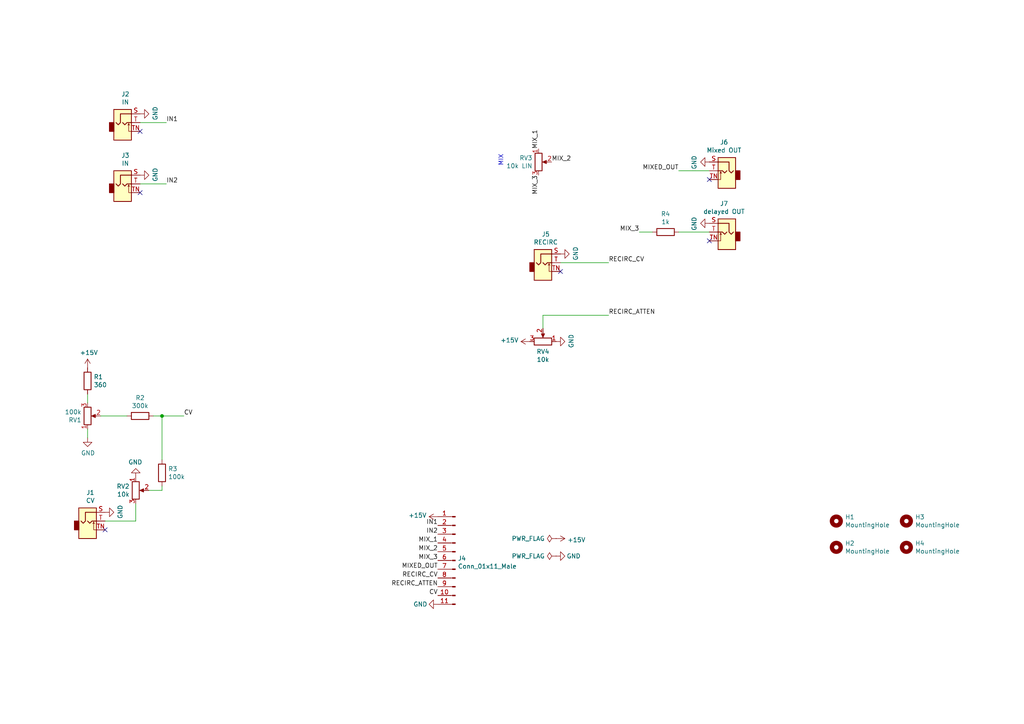
<source format=kicad_sch>
(kicad_sch (version 20230121) (generator eeschema)
  (paper "A4")
  (title_block (title "Echo") (date "2019-12-29") (rev "01") (comment 1 "Echo circuit using the PT2399") (comment 2 "Schema for main circuit") (comment 4 "License CC BY 4.0 - Attribution 4.0 International"))
  (lib_symbols
    (symbol "Connector:Conn_01x11_Pin" (pin_names (offset 1.016) hide)
      (property "Reference" "J" (at 0 15.24 0))
      (property "Value" "Conn_01x11_Pin" (at 0 -15.24 0))
      (symbol "Conn_01x11_Pin_1_1"
        (polyline (pts (xy 1.27 -12.7) (xy 0.8636 -12.7)) (stroke (width 0.1524)))
        (polyline (pts (xy 1.27 -10.16) (xy 0.8636 -10.16)) (stroke (width 0.1524)))
        (polyline (pts (xy 1.27 -7.62) (xy 0.8636 -7.62)) (stroke (width 0.1524)))
        (polyline (pts (xy 1.27 -5.08) (xy 0.8636 -5.08)) (stroke (width 0.1524)))
        (polyline (pts (xy 1.27 -2.54) (xy 0.8636 -2.54)) (stroke (width 0.1524)))
        (polyline (pts (xy 1.27 0) (xy 0.8636 0)) (stroke (width 0.1524)))
        (polyline (pts (xy 1.27 2.54) (xy 0.8636 2.54)) (stroke (width 0.1524)))
        (polyline (pts (xy 1.27 5.08) (xy 0.8636 5.08)) (stroke (width 0.1524)))
        (polyline (pts (xy 1.27 7.62) (xy 0.8636 7.62)) (stroke (width 0.1524)))
        (polyline (pts (xy 1.27 10.16) (xy 0.8636 10.16)) (stroke (width 0.1524)))
        (polyline (pts (xy 1.27 12.7) (xy 0.8636 12.7)) (stroke (width 0.1524)))
        (rectangle (start 0.8636 -12.573) (end 0 -12.827) (stroke (width 0.1524)) (fill (type outline)))
        (rectangle (start 0.8636 -10.033) (end 0 -10.287) (stroke (width 0.1524)) (fill (type outline)))
        (rectangle (start 0.8636 -7.493) (end 0 -7.747) (stroke (width 0.1524)) (fill (type outline)))
        (rectangle (start 0.8636 -4.953) (end 0 -5.207) (stroke (width 0.1524)) (fill (type outline)))
        (rectangle (start 0.8636 -2.413) (end 0 -2.667) (stroke (width 0.1524)) (fill (type outline)))
        (rectangle (start 0.8636 0.127) (end 0 -0.127) (stroke (width 0.1524)) (fill (type outline)))
        (rectangle (start 0.8636 2.667) (end 0 2.413) (stroke (width 0.1524)) (fill (type outline)))
        (rectangle (start 0.8636 5.207) (end 0 4.953) (stroke (width 0.1524)) (fill (type outline)))
        (rectangle (start 0.8636 7.747) (end 0 7.493) (stroke (width 0.1524)) (fill (type outline)))
        (rectangle (start 0.8636 10.287) (end 0 10.033) (stroke (width 0.1524)) (fill (type outline)))
        (rectangle (start 0.8636 12.827) (end 0 12.573) (stroke (width 0.1524)) (fill (type outline)))
        (pin passive line (at 5.08 12.7 180) (length 3.81) (name "Pin_1") (number "1"))
        (pin passive line (at 5.08 -10.16 180) (length 3.81) (name "Pin_10") (number "10"))
        (pin passive line (at 5.08 -12.7 180) (length 3.81) (name "Pin_11") (number "11"))
        (pin passive line (at 5.08 10.16 180) (length 3.81) (name "Pin_2") (number "2"))
        (pin passive line (at 5.08 7.62 180) (length 3.81) (name "Pin_3") (number "3"))
        (pin passive line (at 5.08 5.08 180) (length 3.81) (name "Pin_4") (number "4"))
        (pin passive line (at 5.08 2.54 180) (length 3.81) (name "Pin_5") (number "5"))
        (pin passive line (at 5.08 0 180) (length 3.81) (name "Pin_6") (number "6"))
        (pin passive line (at 5.08 -2.54 180) (length 3.81) (name "Pin_7") (number "7"))
        (pin passive line (at 5.08 -5.08 180) (length 3.81) (name "Pin_8") (number "8"))
        (pin passive line (at 5.08 -7.62 180) (length 3.81) (name "Pin_9") (number "9"))
      )
    )
    (symbol "Connector_Audio:AudioJack2_SwitchT"
      (property "Reference" "J" (at 0 8.89 0))
      (property "Value" "AudioJack2_SwitchT" (at 0 6.35 0))
      (symbol "AudioJack2_SwitchT_0_1"
        (rectangle (start -2.54 0) (end -3.81 -2.54) (stroke (width 0.254)) (fill (type outline)))
        (polyline (pts (xy 1.778 -0.254) (xy 2.032 -0.762)))
        (polyline (pts (xy 0 0) (xy 0.635 -0.635) (xy 1.27 0) (xy 2.54 0)) (stroke (width 0.254)))
        (polyline (pts (xy 2.54 -2.54) (xy 1.778 -2.54) (xy 1.778 -0.254) (xy 1.524 -0.762)))
        (polyline (pts (xy 2.54 2.54) (xy -0.635 2.54) (xy -0.635 0) (xy -1.27 -0.635) (xy -1.905 0)) (stroke (width 0.254)))
        (rectangle (start 2.54 3.81) (end -2.54 -5.08) (stroke (width 0.254)) (fill (type background)))
      )
      (symbol "AudioJack2_SwitchT_1_1"
        (pin passive line (at 5.08 2.54 180) (length 2.54) (name "~") (number "S"))
        (pin passive line (at 5.08 0 180) (length 2.54) (name "~") (number "T"))
        (pin passive line (at 5.08 -2.54 180) (length 2.54) (name "~") (number "TN"))
      )
    )
    (symbol "Device:R" (pin_numbers hide) (pin_names (offset 0))
      (property "Reference" "R" (at 2.032 0 90))
      (property "Value" "R" (at 0 0 90))
      (symbol "R_0_1"
        (rectangle (start -1.016 -2.54) (end 1.016 2.54) (stroke (width 0.254)))
      )
      (symbol "R_1_1"
        (pin passive line (at 0 3.81 270) (length 1.27) (name "~") (number "1"))
        (pin passive line (at 0 -3.81 90) (length 1.27) (name "~") (number "2"))
      )
    )
    (symbol "Device:R_Potentiometer" (pin_names (offset 1.016) hide)
      (property "Reference" "RV" (at -4.445 0 90))
      (property "Value" "R_Potentiometer" (at -2.54 0 90))
      (symbol "R_Potentiometer_0_1"
        (polyline (pts (xy 2.54 0) (xy 1.524 0)))
        (polyline (pts (xy 1.143 0) (xy 2.286 0.508) (xy 2.286 -0.508) (xy 1.143 0)) (fill (type outline)))
        (rectangle (start 1.016 2.54) (end -1.016 -2.54) (stroke (width 0.254)))
      )
      (symbol "R_Potentiometer_1_1"
        (pin passive line (at 0 3.81 270) (length 1.27) (name "1") (number "1"))
        (pin passive line (at 3.81 0 180) (length 1.27) (name "2") (number "2"))
        (pin passive line (at 0 -3.81 90) (length 1.27) (name "3") (number "3"))
      )
    )
    (symbol "Mechanical:MountingHole" (pin_names (offset 1.016))
      (property "Reference" "H" (at 0 5.08 0))
      (property "Value" "MountingHole" (at 0 3.175 0))
      (symbol "MountingHole_0_1"
        (circle (center 0 0) (radius 1.27) (stroke (width 1.27)))
      )
    )
    (symbol "power:+15V" (power) (pin_names (offset 0))
      (property "Value" "+15V" (at 0 3.556 0))
      (symbol "+15V_0_1"
        (polyline (pts (xy -0.762 1.27) (xy 0 2.54)))
        (polyline (pts (xy 0 0) (xy 0 2.54)))
        (polyline (pts (xy 0 2.54) (xy 0.762 1.27)))
      )
      (symbol "+15V_1_1"
        (pin power_in line (at 0 0 90) (length 0) hide (name "+15V") (number "1"))
      )
    )
    (symbol "power:GND" (power) (pin_names (offset 0))
      (property "Value" "GND" (at 0 -3.81 0))
      (symbol "GND_0_1"
        (polyline (pts (xy 0 0) (xy 0 -1.27) (xy 1.27 -1.27) (xy 0 -2.54) (xy -1.27 -1.27) (xy 0 -1.27)))
      )
      (symbol "GND_1_1"
        (pin power_in line (at 0 0 270) (length 0) hide (name "GND") (number "1"))
      )
    )
    (symbol "power:PWR_FLAG" (power) (pin_numbers hide) (pin_names (offset 0) hide)
      (property "Value" "PWR_FLAG" (at 0 3.81 0))
      (symbol "PWR_FLAG_0_0"
        (pin power_out line (at 0 0 90) (length 0) (name "pwr") (number "1"))
      )
      (symbol "PWR_FLAG_0_1"
        (polyline (pts (xy 0 0) (xy 0 1.27) (xy -1.016 1.905) (xy 0 2.54) (xy 1.016 1.905) (xy 0 1.27)))
      )
    )
  )
  (junction (at 46.99 120.65))
  (no_connect (at 40.64 55.88))
  (no_connect (at 205.74 69.85))
  (no_connect (at 205.74 52.07))
  (no_connect (at 162.56 78.74))
  (no_connect (at 40.64 38.1))
  (no_connect (at 30.48 153.67))
  (wire (pts (xy 25.4 127) (xy 25.4 124.46)))
  (wire (pts (xy 46.99 120.65) (xy 53.34 120.65)))
  (wire (pts (xy 46.99 140.97) (xy 46.99 142.24)))
  (wire (pts (xy 44.45 120.65) (xy 46.99 120.65)))
  (wire (pts (xy 196.85 67.31) (xy 205.74 67.31)))
  (wire (pts (xy 29.21 120.65) (xy 36.83 120.65)))
  (wire (pts (xy 46.99 142.24) (xy 43.18 142.24)))
  (wire (pts (xy 162.56 76.2) (xy 176.53 76.2)))
  (wire (pts (xy 39.37 151.13) (xy 39.37 146.05)))
  (wire (pts (xy 196.85 49.53) (xy 205.74 49.53)))
  (wire (pts (xy 157.48 91.44) (xy 157.48 95.25)))
  (wire (pts (xy 30.48 151.13) (xy 39.37 151.13)))
  (wire (pts (xy 25.4 114.3) (xy 25.4 116.84)))
  (wire (pts (xy 40.64 53.34) (xy 48.26 53.34)))
  (wire (pts (xy 40.64 35.56) (xy 48.26 35.56)))
  (wire (pts (xy 185.42 67.31) (xy 189.23 67.31)))
  (wire (pts (xy 157.48 91.44) (xy 176.53 91.44)))
  (wire (pts (xy 46.99 133.35) (xy 46.99 120.65)))
  (text "MIX" (at 146.05 48.26 90) (effects (font (size 1.27 1.27)) (justify left bottom)))
  (label "CV" (at 127 172.72 180))
  (label "IN1" (at 127 152.4 180))
  (label "MIX_2" (at 127 160.02 180))
  (label "IN1" (at 48.26 35.56 0))
  (label "MIX_1" (at 127 157.48 180))
  (label "RECIRC_CV" (at 127 167.64 180))
  (label "MIX_1" (at 156.21 43.18 90))
  (label "IN2" (at 48.26 53.34 0))
  (label "RECIRC_ATTEN" (at 127 170.18 180))
  (label "CV" (at 53.34 120.65 0))
  (label "MIX_3" (at 127 162.56 180))
  (label "MIX_3" (at 156.21 50.8 270))
  (label "MIX_3" (at 185.42 67.31 180))
  (label "MIXED_OUT" (at 196.85 49.53 180))
  (label "RECIRC_ATTEN" (at 176.53 91.44 0))
  (label "MIXED_OUT" (at 127 165.1 180))
  (label "RECIRC_CV" (at 176.53 76.2 0))
  (label "IN2" (at 127 154.94 180))
  (label "MIX_2" (at 160.02 46.99 0))
  (symbol (lib_id "Connector_Audio:AudioJack2_SwitchT") (at 35.56 35.56 0) (unit 1)
    (property "Reference" "J2" (at 36.3728 27.305 0))
    (property "Value" "IN" (at 36.3728 29.6164 0))
    (property "Footprint" "elektrophon:Jack_3.5mm_WQP-PJ398SM_Vertical" (effects hide))
  )
  (symbol (lib_id "Connector_Audio:AudioJack2_SwitchT") (at 210.82 49.53 0) (mirror y) (unit 1)
    (property "Reference" "J6" (at 210.0072 41.275 0))
    (property "Value" "Mixed OUT" (at 210.0072 43.5864 0))
    (property "Footprint" "elektrophon:Jack_3.5mm_WQP-PJ398SM_Vertical" (effects hide))
  )
  (symbol (lib_id "power:GND") (at 40.64 33.02 90) (unit 1)
    (property "Reference" "#PWR05" (effects hide))
    (property "Value" "GND" (at 45.0342 32.893 0))
  )
  (symbol (lib_id "power:GND") (at 205.74 46.99 270) (unit 1)
    (property "Reference" "#PWR017" (effects hide))
    (property "Value" "GND" (at 201.3458 47.117 0))
  )
  (symbol (lib_id "Connector_Audio:AudioJack2_SwitchT") (at 35.56 53.34 0) (unit 1)
    (property "Reference" "J3" (at 36.3728 45.085 0))
    (property "Value" "IN" (at 36.3728 47.3964 0))
    (property "Footprint" "elektrophon:Jack_3.5mm_WQP-PJ398SM_Vertical" (effects hide))
  )
  (symbol (lib_id "power:GND") (at 40.64 50.8 90) (unit 1)
    (property "Reference" "#PWR06" (effects hide))
    (property "Value" "GND" (at 45.0342 50.673 0))
  )
  (symbol (lib_id "Device:R_Potentiometer") (at 156.21 46.99 0) (unit 1)
    (property "Reference" "RV3" (at 154.432 45.8216 0) (effects (justify right)))
    (property "Value" "10k LIN" (at 154.432 48.133 0) (effects (justify right)))
    (property "Footprint" "elektrophon:Potentiometer_Alpha_RD901F-40-00D_Single_Vertical" (effects hide))
  )
  (symbol (lib_id "Device:R_Potentiometer") (at 25.4 120.65 0) (mirror x) (unit 1)
    (property "Reference" "RV1" (at 23.6474 121.8184 0) (effects (justify right)))
    (property "Value" "100k" (at 23.6474 119.507 0) (effects (justify right)))
    (property "Footprint" "elektrophon:Potentiometer_Alpha_RD901F-40-00D_Single_Vertical" (effects hide))
  )
  (symbol (lib_id "Device:R") (at 25.4 110.49 0) (unit 1)
    (property "Reference" "R1" (at 27.178 109.3216 0) (effects (justify left)))
    (property "Value" "360" (at 27.178 111.633 0) (effects (justify left)))
    (property "Footprint" "Resistor_THT:R_Axial_DIN0207_L6.3mm_D2.5mm_P10.16mm_Horizontal" (effects hide))
  )
  (symbol (lib_id "Connector_Audio:AudioJack2_SwitchT") (at 157.48 76.2 0) (unit 1)
    (property "Reference" "J5" (at 158.2928 67.945 0))
    (property "Value" "RECIRC" (at 158.2928 70.2564 0))
    (property "Footprint" "elektrophon:Jack_3.5mm_WQP-PJ398SM_Vertical" (effects hide))
  )
  (symbol (lib_id "power:GND") (at 162.56 73.66 90) (unit 1)
    (property "Reference" "#PWR016" (effects hide))
    (property "Value" "GND" (at 166.9542 73.533 0))
  )
  (symbol (lib_id "Device:R_Potentiometer") (at 157.48 99.06 270) (mirror x) (unit 1)
    (property "Reference" "RV4" (at 157.48 101.981 90))
    (property "Value" "10k" (at 157.48 104.2924 90))
    (property "Footprint" "elektrophon:Potentiometer_Alpha_RD901F-40-00D_Single_Vertical" (effects hide))
  )
  (symbol (lib_id "power:+15V") (at 153.67 99.06 90) (unit 1)
    (property "Reference" "#PWR09" (effects hide))
    (property "Value" "+15V" (at 150.4188 98.679 90) (effects (justify left)))
  )
  (symbol (lib_id "Connector_Audio:AudioJack2_SwitchT") (at 25.4 151.13 0) (unit 1)
    (property "Reference" "J1" (at 26.2128 142.875 0))
    (property "Value" "CV" (at 26.2128 145.1864 0))
    (property "Footprint" "elektrophon:Jack_3.5mm_WQP-PJ398SM_Vertical" (effects hide))
  )
  (symbol (lib_id "power:GND") (at 30.48 148.59 90) (unit 1)
    (property "Reference" "#PWR03" (effects hide))
    (property "Value" "GND" (at 34.8742 148.463 0))
  )
  (symbol (lib_id "power:GND") (at 161.29 99.06 90) (unit 1)
    (property "Reference" "#PWR010" (effects hide))
    (property "Value" "GND" (at 165.6842 98.933 0))
  )
  (symbol (lib_id "Device:R_Potentiometer") (at 39.37 142.24 0) (unit 1)
    (property "Reference" "RV2" (at 37.592 141.0716 0) (effects (justify right)))
    (property "Value" "10k" (at 37.592 143.383 0) (effects (justify right)))
    (property "Footprint" "elektrophon:Potentiometer_Alpha_RD901F-40-00D_Single_Vertical" (effects hide))
  )
  (symbol (lib_id "power:GND") (at 39.37 138.43 180) (unit 1)
    (property "Reference" "#PWR04" (effects hide))
    (property "Value" "GND" (at 39.243 134.0358 0))
  )
  (symbol (lib_id "Device:R") (at 46.99 137.16 0) (unit 1)
    (property "Reference" "R3" (at 48.768 135.9916 0) (effects (justify left)))
    (property "Value" "100k" (at 48.768 138.303 0) (effects (justify left)))
    (property "Footprint" "Resistor_THT:R_Axial_DIN0207_L6.3mm_D2.5mm_P10.16mm_Horizontal" (effects hide))
  )
  (symbol (lib_id "Device:R") (at 40.64 120.65 270) (unit 1)
    (property "Reference" "R2" (at 40.64 115.3922 90))
    (property "Value" "300k" (at 40.64 117.7036 90))
    (property "Footprint" "Resistor_THT:R_Axial_DIN0207_L6.3mm_D2.5mm_P10.16mm_Horizontal" (effects hide))
  )
  (symbol (lib_id "power:GND") (at 25.4 127 0) (unit 1)
    (property "Reference" "#PWR02" (effects hide))
    (property "Value" "GND" (at 25.527 131.3942 0))
  )
  (symbol (lib_id "power:+15V") (at 25.4 106.68 0) (unit 1)
    (property "Reference" "#PWR01" (effects hide))
    (property "Value" "+15V" (at 25.781 102.2858 0))
  )
  (symbol (lib_id "Mechanical:MountingHole") (at 262.89 158.75 0) (unit 1)
    (property "Reference" "H4" (at 265.43 157.5816 0) (effects (justify left)))
    (property "Value" "MountingHole" (at 265.43 159.893 0) (effects (justify left)))
    (property "Footprint" "MountingHole:MountingHole_2.2mm_M2" (effects hide))
  )
  (symbol (lib_id "Mechanical:MountingHole") (at 262.89 151.13 0) (unit 1)
    (property "Reference" "H3" (at 265.43 149.9616 0) (effects (justify left)))
    (property "Value" "MountingHole" (at 265.43 152.273 0) (effects (justify left)))
    (property "Footprint" "MountingHole:MountingHole_2.2mm_M2" (effects hide))
  )
  (symbol (lib_id "Mechanical:MountingHole") (at 242.57 158.75 0) (unit 1)
    (property "Reference" "H2" (at 245.11 157.5816 0) (effects (justify left)))
    (property "Value" "MountingHole" (at 245.11 159.893 0) (effects (justify left)))
    (property "Footprint" "MountingHole:MountingHole_2.2mm_M2" (effects hide))
  )
  (symbol (lib_id "Mechanical:MountingHole") (at 242.57 151.13 0) (unit 1)
    (property "Reference" "H1" (at 245.11 149.9616 0) (effects (justify left)))
    (property "Value" "MountingHole" (at 245.11 152.273 0) (effects (justify left)))
    (property "Footprint" "MountingHole:MountingHole_2.2mm_M2" (effects hide))
  )
  (symbol (lib_id "Connector:Conn_01x11_Pin") (at 132.08 162.56 0) (mirror y) (unit 1)
    (property "Reference" "J4" (at 132.7912 161.9504 0) (effects (justify right)))
    (property "Value" "Conn_01x11_Male" (at 132.7912 164.2618 0) (effects (justify right)))
    (property "Footprint" "Connector_PinHeader_2.54mm:PinHeader_1x11_P2.54mm_Vertical" (effects hide))
  )
  (symbol (lib_id "power:PWR_FLAG") (at 161.29 156.21 90) (unit 1)
    (property "Reference" "#FLG04" (effects hide))
    (property "Value" "PWR_FLAG" (at 158.0388 156.21 90) (effects (justify left)))
  )
  (symbol (lib_id "power:+15V") (at 161.29 156.21 270) (unit 1)
    (property "Reference" "#PWR014" (effects hide))
    (property "Value" "+15V" (at 164.5412 156.591 90) (effects (justify left)))
  )
  (symbol (lib_id "power:GND") (at 161.29 161.29 90) (unit 1)
    (property "Reference" "#PWR015" (effects hide))
    (property "Value" "GND" (at 166.37 161.29 90))
  )
  (symbol (lib_id "power:PWR_FLAG") (at 161.29 161.29 90) (unit 1)
    (property "Reference" "#FLG05" (effects hide))
    (property "Value" "PWR_FLAG" (at 158.0388 161.29 90) (effects (justify left)))
  )
  (symbol (lib_id "Device:R") (at 193.04 67.31 270) (unit 1)
    (property "Reference" "R4" (at 193.04 62.0522 90))
    (property "Value" "1k" (at 193.04 64.3636 90))
    (property "Footprint" "Resistor_THT:R_Axial_DIN0207_L6.3mm_D2.5mm_P10.16mm_Horizontal" (effects hide))
  )
  (symbol (lib_id "power:+15V") (at 127 149.86 90) (unit 1)
    (property "Reference" "#PWR07" (effects hide))
    (property "Value" "+15V" (at 123.7488 149.479 90) (effects (justify left)))
  )
  (symbol (lib_id "power:GND") (at 127 175.26 270) (unit 1)
    (property "Reference" "#PWR08" (effects hide))
    (property "Value" "GND" (at 121.92 175.26 90))
  )
  (symbol (lib_id "Connector_Audio:AudioJack2_SwitchT") (at 210.82 67.31 0) (mirror y) (unit 1)
    (property "Reference" "J7" (at 210.0072 59.055 0))
    (property "Value" "delayed OUT" (at 210.0072 61.3664 0))
    (property "Footprint" "elektrophon:Jack_3.5mm_WQP-PJ398SM_Vertical" (effects hide))
  )
  (symbol (lib_id "power:GND") (at 205.74 64.77 270) (unit 1)
    (property "Reference" "#PWR018" (effects hide))
    (property "Value" "GND" (at 201.3458 64.897 0))
  )
)
</source>
